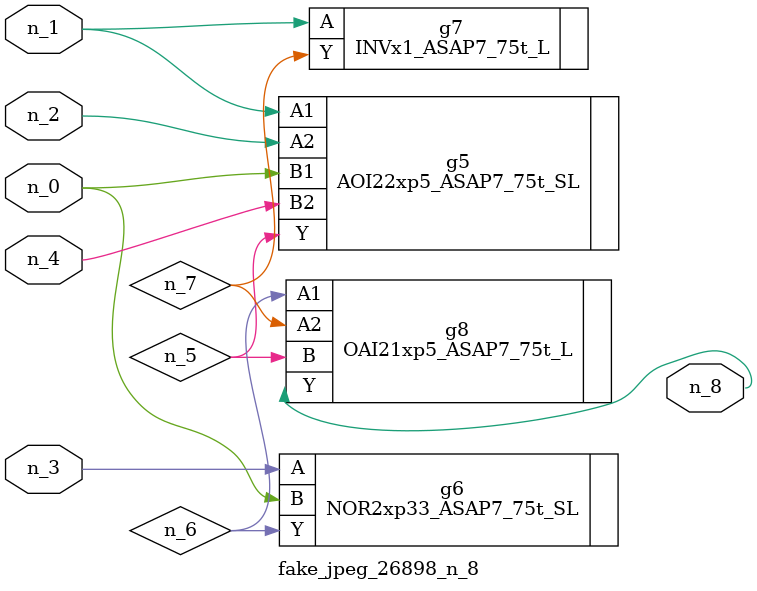
<source format=v>
module fake_jpeg_26898_n_8 (n_3, n_2, n_1, n_0, n_4, n_8);

input n_3;
input n_2;
input n_1;
input n_0;
input n_4;

output n_8;

wire n_6;
wire n_5;
wire n_7;

AOI22xp5_ASAP7_75t_SL g5 ( 
.A1(n_1),
.A2(n_2),
.B1(n_0),
.B2(n_4),
.Y(n_5)
);

NOR2xp33_ASAP7_75t_SL g6 ( 
.A(n_3),
.B(n_0),
.Y(n_6)
);

INVx1_ASAP7_75t_L g7 ( 
.A(n_1),
.Y(n_7)
);

OAI21xp5_ASAP7_75t_L g8 ( 
.A1(n_6),
.A2(n_7),
.B(n_5),
.Y(n_8)
);


endmodule
</source>
